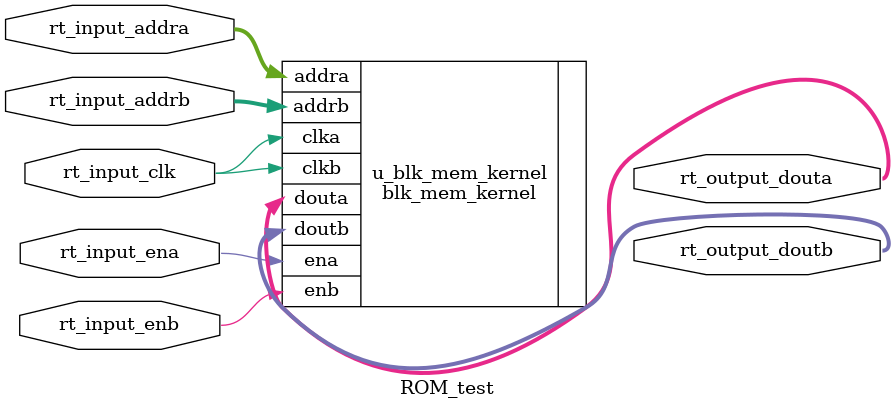
<source format=v>
`timescale 1ns / 1ps


module ROM_test(
    rt_input_clk,
    rt_input_ena,
    rt_input_addra,
    rt_output_douta,
    rt_input_enb,
    rt_input_addrb,
    rt_output_doutb
    );

    input rt_input_clk;
    input rt_input_ena;
    input [31:0] rt_input_addra;
    output [31:0] rt_output_douta;
    input rt_input_enb;
    input [31:0] rt_input_addrb;
    output [31:0] rt_output_doutb;

    blk_mem_kernel u_blk_mem_kernel(
        .clka                       (rt_input_clk),
        .ena                        (rt_input_ena),
        // .wea                        (0),
        .addra                      (rt_input_addra),
        // .dina                       (0),
        .douta                         (rt_output_douta),
        .clkb                       (rt_input_clk),
        .enb                        (rt_input_enb),
        .addrb                      (rt_input_addrb),
        .doutb                      (rt_output_doutb)
    );



endmodule

</source>
